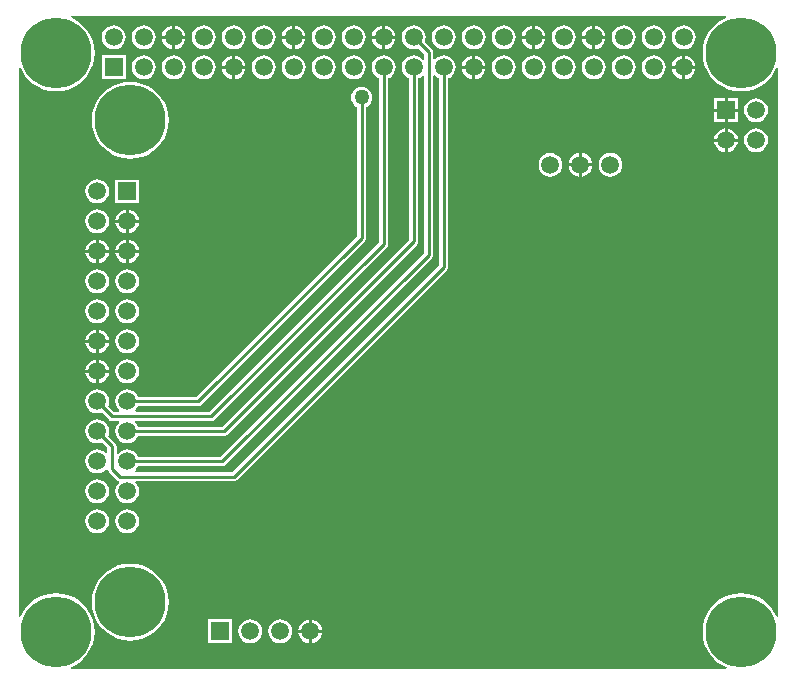
<source format=gbl>
G04*
G04 #@! TF.GenerationSoftware,Altium Limited,Altium Designer,18.1.9 (240)*
G04*
G04 Layer_Physical_Order=2*
G04 Layer_Color=16711680*
%FSAX25Y25*%
%MOIN*%
G70*
G01*
G75*
%ADD16C,0.01000*%
%ADD31C,0.23622*%
%ADD32C,0.05906*%
%ADD33R,0.05906X0.05906*%
%ADD34C,0.05906*%
%ADD35C,0.05910*%
%ADD36R,0.05906X0.05906*%
%ADD37C,0.01968*%
%ADD38C,0.05000*%
G36*
X0388013Y0262630D02*
X0388113Y0262130D01*
X0387127Y0261722D01*
X0385407Y0260668D01*
X0383874Y0259358D01*
X0382564Y0257825D01*
X0381511Y0256106D01*
X0380739Y0254243D01*
X0380268Y0252282D01*
X0380110Y0250272D01*
X0380268Y0248261D01*
X0380739Y0246301D01*
X0381511Y0244438D01*
X0382564Y0242718D01*
X0383874Y0241185D01*
X0385407Y0239875D01*
X0387127Y0238822D01*
X0388990Y0238050D01*
X0390950Y0237579D01*
X0392961Y0237421D01*
X0394971Y0237579D01*
X0396932Y0238050D01*
X0398795Y0238822D01*
X0400514Y0239875D01*
X0402047Y0241185D01*
X0403357Y0242718D01*
X0404411Y0244438D01*
X0404819Y0245424D01*
X0405319Y0245324D01*
X0405319Y0062306D01*
X0404819Y0062206D01*
X0404411Y0063192D01*
X0403357Y0064912D01*
X0402047Y0066445D01*
X0400514Y0067755D01*
X0398795Y0068808D01*
X0396932Y0069580D01*
X0394971Y0070051D01*
X0392961Y0070209D01*
X0390950Y0070051D01*
X0388990Y0069580D01*
X0387127Y0068808D01*
X0385407Y0067755D01*
X0383874Y0066445D01*
X0382564Y0064912D01*
X0381511Y0063192D01*
X0380739Y0061329D01*
X0380268Y0059368D01*
X0380110Y0057358D01*
X0380268Y0055348D01*
X0380739Y0053387D01*
X0381511Y0051524D01*
X0382564Y0049805D01*
X0383874Y0048272D01*
X0385407Y0046962D01*
X0387127Y0045908D01*
X0388113Y0045500D01*
X0388013Y0045000D01*
X0169561D01*
X0169462Y0045500D01*
X0170448Y0045908D01*
X0172168Y0046962D01*
X0173701Y0048272D01*
X0175011Y0049805D01*
X0176064Y0051524D01*
X0176836Y0053387D01*
X0177307Y0055348D01*
X0177465Y0057358D01*
X0177307Y0059368D01*
X0176836Y0061329D01*
X0176064Y0063192D01*
X0175011Y0064912D01*
X0173701Y0066445D01*
X0172168Y0067755D01*
X0170448Y0068808D01*
X0168585Y0069580D01*
X0166624Y0070051D01*
X0164614Y0070209D01*
X0162604Y0070051D01*
X0160643Y0069580D01*
X0158780Y0068808D01*
X0157061Y0067755D01*
X0155527Y0066445D01*
X0154218Y0064912D01*
X0153164Y0063192D01*
X0152756Y0062206D01*
X0152256Y0062305D01*
Y0245324D01*
X0152756Y0245424D01*
X0153164Y0244438D01*
X0154218Y0242718D01*
X0155527Y0241185D01*
X0157061Y0239875D01*
X0158780Y0238822D01*
X0160643Y0238050D01*
X0162604Y0237579D01*
X0164614Y0237421D01*
X0166624Y0237579D01*
X0168585Y0238050D01*
X0170448Y0238822D01*
X0172168Y0239875D01*
X0173701Y0241185D01*
X0175011Y0242718D01*
X0176064Y0244438D01*
X0176836Y0246301D01*
X0177307Y0248261D01*
X0177465Y0250272D01*
X0177307Y0252282D01*
X0176836Y0254243D01*
X0176064Y0256106D01*
X0175011Y0257825D01*
X0173701Y0259358D01*
X0172168Y0260668D01*
X0170448Y0261722D01*
X0169462Y0262130D01*
X0169561Y0262630D01*
X0388013Y0262630D01*
D02*
G37*
%LPC*%
G36*
X0344335Y0259362D02*
Y0255941D01*
X0347756D01*
X0347686Y0256473D01*
X0347287Y0257434D01*
X0346654Y0258260D01*
X0345828Y0258894D01*
X0344867Y0259292D01*
X0344335Y0259362D01*
D02*
G37*
G36*
X0343335D02*
X0342803Y0259292D01*
X0341841Y0258894D01*
X0341016Y0258260D01*
X0340382Y0257434D01*
X0339984Y0256473D01*
X0339914Y0255941D01*
X0343335D01*
Y0259362D01*
D02*
G37*
G36*
X0324335D02*
Y0255941D01*
X0327756D01*
X0327686Y0256473D01*
X0327287Y0257434D01*
X0326654Y0258260D01*
X0325828Y0258894D01*
X0324867Y0259292D01*
X0324335Y0259362D01*
D02*
G37*
G36*
X0323335D02*
X0322803Y0259292D01*
X0321841Y0258894D01*
X0321016Y0258260D01*
X0320382Y0257434D01*
X0319984Y0256473D01*
X0319914Y0255941D01*
X0323335D01*
Y0259362D01*
D02*
G37*
G36*
X0274335D02*
Y0255941D01*
X0277756D01*
X0277686Y0256473D01*
X0277287Y0257434D01*
X0276654Y0258260D01*
X0275828Y0258894D01*
X0274867Y0259292D01*
X0274335Y0259362D01*
D02*
G37*
G36*
X0273335D02*
X0272803Y0259292D01*
X0271841Y0258894D01*
X0271016Y0258260D01*
X0270382Y0257434D01*
X0269984Y0256473D01*
X0269914Y0255941D01*
X0273335D01*
Y0259362D01*
D02*
G37*
G36*
X0244335D02*
Y0255941D01*
X0247756D01*
X0247686Y0256473D01*
X0247287Y0257434D01*
X0246654Y0258260D01*
X0245828Y0258894D01*
X0244867Y0259292D01*
X0244335Y0259362D01*
D02*
G37*
G36*
X0243335D02*
X0242803Y0259292D01*
X0241841Y0258894D01*
X0241016Y0258260D01*
X0240382Y0257434D01*
X0239984Y0256473D01*
X0239914Y0255941D01*
X0243335D01*
Y0259362D01*
D02*
G37*
G36*
X0204335D02*
Y0255941D01*
X0207756D01*
X0207686Y0256473D01*
X0207287Y0257434D01*
X0206654Y0258260D01*
X0205828Y0258894D01*
X0204867Y0259292D01*
X0204335Y0259362D01*
D02*
G37*
G36*
X0203335D02*
X0202803Y0259292D01*
X0201841Y0258894D01*
X0201015Y0258260D01*
X0200382Y0257434D01*
X0199984Y0256473D01*
X0199914Y0255941D01*
X0203335D01*
Y0259362D01*
D02*
G37*
G36*
X0347756Y0254941D02*
X0344335D01*
Y0251520D01*
X0344867Y0251590D01*
X0345828Y0251988D01*
X0346654Y0252622D01*
X0347287Y0253448D01*
X0347686Y0254409D01*
X0347756Y0254941D01*
D02*
G37*
G36*
X0343335D02*
X0339914D01*
X0339984Y0254409D01*
X0340382Y0253448D01*
X0341016Y0252622D01*
X0341841Y0251988D01*
X0342803Y0251590D01*
X0343335Y0251520D01*
Y0254941D01*
D02*
G37*
G36*
X0327756D02*
X0324335D01*
Y0251520D01*
X0324867Y0251590D01*
X0325828Y0251988D01*
X0326654Y0252622D01*
X0327287Y0253448D01*
X0327686Y0254409D01*
X0327756Y0254941D01*
D02*
G37*
G36*
X0323335D02*
X0319914D01*
X0319984Y0254409D01*
X0320382Y0253448D01*
X0321016Y0252622D01*
X0321841Y0251988D01*
X0322803Y0251590D01*
X0323335Y0251520D01*
Y0254941D01*
D02*
G37*
G36*
X0277756D02*
X0274335D01*
Y0251520D01*
X0274867Y0251590D01*
X0275828Y0251988D01*
X0276654Y0252622D01*
X0277287Y0253448D01*
X0277686Y0254409D01*
X0277756Y0254941D01*
D02*
G37*
G36*
X0273335D02*
X0269914D01*
X0269984Y0254409D01*
X0270382Y0253448D01*
X0271016Y0252622D01*
X0271841Y0251988D01*
X0272803Y0251590D01*
X0273335Y0251520D01*
Y0254941D01*
D02*
G37*
G36*
X0247756D02*
X0244335D01*
Y0251520D01*
X0244867Y0251590D01*
X0245828Y0251988D01*
X0246654Y0252622D01*
X0247287Y0253448D01*
X0247686Y0254409D01*
X0247756Y0254941D01*
D02*
G37*
G36*
X0243335D02*
X0239914D01*
X0239984Y0254409D01*
X0240382Y0253448D01*
X0241016Y0252622D01*
X0241841Y0251988D01*
X0242803Y0251590D01*
X0243335Y0251520D01*
Y0254941D01*
D02*
G37*
G36*
X0207756D02*
X0204335D01*
Y0251520D01*
X0204867Y0251590D01*
X0205828Y0251988D01*
X0206654Y0252622D01*
X0207287Y0253448D01*
X0207686Y0254409D01*
X0207756Y0254941D01*
D02*
G37*
G36*
X0203335D02*
X0199914D01*
X0199984Y0254409D01*
X0200382Y0253448D01*
X0201015Y0252622D01*
X0201841Y0251988D01*
X0202803Y0251590D01*
X0203335Y0251520D01*
Y0254941D01*
D02*
G37*
G36*
X0373835Y0259428D02*
X0372803Y0259292D01*
X0371841Y0258894D01*
X0371016Y0258260D01*
X0370382Y0257434D01*
X0369984Y0256473D01*
X0369848Y0255441D01*
X0369984Y0254409D01*
X0370382Y0253448D01*
X0371016Y0252622D01*
X0371841Y0251988D01*
X0372803Y0251590D01*
X0373835Y0251454D01*
X0374867Y0251590D01*
X0375828Y0251988D01*
X0376654Y0252622D01*
X0377287Y0253448D01*
X0377686Y0254409D01*
X0377821Y0255441D01*
X0377686Y0256473D01*
X0377287Y0257434D01*
X0376654Y0258260D01*
X0375828Y0258894D01*
X0374867Y0259292D01*
X0373835Y0259428D01*
D02*
G37*
G36*
X0363835D02*
X0362803Y0259292D01*
X0361841Y0258894D01*
X0361016Y0258260D01*
X0360382Y0257434D01*
X0359984Y0256473D01*
X0359848Y0255441D01*
X0359984Y0254409D01*
X0360382Y0253448D01*
X0361016Y0252622D01*
X0361841Y0251988D01*
X0362803Y0251590D01*
X0363835Y0251454D01*
X0364867Y0251590D01*
X0365828Y0251988D01*
X0366654Y0252622D01*
X0367287Y0253448D01*
X0367686Y0254409D01*
X0367822Y0255441D01*
X0367686Y0256473D01*
X0367287Y0257434D01*
X0366654Y0258260D01*
X0365828Y0258894D01*
X0364867Y0259292D01*
X0363835Y0259428D01*
D02*
G37*
G36*
X0353835D02*
X0352803Y0259292D01*
X0351841Y0258894D01*
X0351015Y0258260D01*
X0350382Y0257434D01*
X0349984Y0256473D01*
X0349848Y0255441D01*
X0349984Y0254409D01*
X0350382Y0253448D01*
X0351015Y0252622D01*
X0351841Y0251988D01*
X0352803Y0251590D01*
X0353835Y0251454D01*
X0354867Y0251590D01*
X0355828Y0251988D01*
X0356654Y0252622D01*
X0357287Y0253448D01*
X0357686Y0254409D01*
X0357821Y0255441D01*
X0357686Y0256473D01*
X0357287Y0257434D01*
X0356654Y0258260D01*
X0355828Y0258894D01*
X0354867Y0259292D01*
X0353835Y0259428D01*
D02*
G37*
G36*
X0333835D02*
X0332803Y0259292D01*
X0331841Y0258894D01*
X0331015Y0258260D01*
X0330382Y0257434D01*
X0329984Y0256473D01*
X0329848Y0255441D01*
X0329984Y0254409D01*
X0330382Y0253448D01*
X0331015Y0252622D01*
X0331841Y0251988D01*
X0332803Y0251590D01*
X0333835Y0251454D01*
X0334867Y0251590D01*
X0335828Y0251988D01*
X0336654Y0252622D01*
X0337287Y0253448D01*
X0337686Y0254409D01*
X0337822Y0255441D01*
X0337686Y0256473D01*
X0337287Y0257434D01*
X0336654Y0258260D01*
X0335828Y0258894D01*
X0334867Y0259292D01*
X0333835Y0259428D01*
D02*
G37*
G36*
X0313835D02*
X0312803Y0259292D01*
X0311841Y0258894D01*
X0311016Y0258260D01*
X0310382Y0257434D01*
X0309984Y0256473D01*
X0309848Y0255441D01*
X0309984Y0254409D01*
X0310382Y0253448D01*
X0311016Y0252622D01*
X0311841Y0251988D01*
X0312803Y0251590D01*
X0313835Y0251454D01*
X0314867Y0251590D01*
X0315828Y0251988D01*
X0316654Y0252622D01*
X0317287Y0253448D01*
X0317686Y0254409D01*
X0317822Y0255441D01*
X0317686Y0256473D01*
X0317287Y0257434D01*
X0316654Y0258260D01*
X0315828Y0258894D01*
X0314867Y0259292D01*
X0313835Y0259428D01*
D02*
G37*
G36*
X0303835D02*
X0302803Y0259292D01*
X0301841Y0258894D01*
X0301015Y0258260D01*
X0300382Y0257434D01*
X0299984Y0256473D01*
X0299848Y0255441D01*
X0299984Y0254409D01*
X0300382Y0253448D01*
X0301015Y0252622D01*
X0301841Y0251988D01*
X0302803Y0251590D01*
X0303835Y0251454D01*
X0304867Y0251590D01*
X0305828Y0251988D01*
X0306654Y0252622D01*
X0307287Y0253448D01*
X0307686Y0254409D01*
X0307821Y0255441D01*
X0307686Y0256473D01*
X0307287Y0257434D01*
X0306654Y0258260D01*
X0305828Y0258894D01*
X0304867Y0259292D01*
X0303835Y0259428D01*
D02*
G37*
G36*
X0293835D02*
X0292803Y0259292D01*
X0291841Y0258894D01*
X0291016Y0258260D01*
X0290382Y0257434D01*
X0289984Y0256473D01*
X0289848Y0255441D01*
X0289984Y0254409D01*
X0290382Y0253448D01*
X0291016Y0252622D01*
X0291841Y0251988D01*
X0292803Y0251590D01*
X0293835Y0251454D01*
X0294867Y0251590D01*
X0295828Y0251988D01*
X0296654Y0252622D01*
X0297287Y0253448D01*
X0297686Y0254409D01*
X0297821Y0255441D01*
X0297686Y0256473D01*
X0297287Y0257434D01*
X0296654Y0258260D01*
X0295828Y0258894D01*
X0294867Y0259292D01*
X0293835Y0259428D01*
D02*
G37*
G36*
X0263835D02*
X0262803Y0259292D01*
X0261841Y0258894D01*
X0261016Y0258260D01*
X0260382Y0257434D01*
X0259984Y0256473D01*
X0259848Y0255441D01*
X0259984Y0254409D01*
X0260382Y0253448D01*
X0261016Y0252622D01*
X0261841Y0251988D01*
X0262803Y0251590D01*
X0263835Y0251454D01*
X0264867Y0251590D01*
X0265828Y0251988D01*
X0266654Y0252622D01*
X0267287Y0253448D01*
X0267686Y0254409D01*
X0267822Y0255441D01*
X0267686Y0256473D01*
X0267287Y0257434D01*
X0266654Y0258260D01*
X0265828Y0258894D01*
X0264867Y0259292D01*
X0263835Y0259428D01*
D02*
G37*
G36*
X0253835D02*
X0252803Y0259292D01*
X0251841Y0258894D01*
X0251015Y0258260D01*
X0250382Y0257434D01*
X0249984Y0256473D01*
X0249848Y0255441D01*
X0249984Y0254409D01*
X0250382Y0253448D01*
X0251015Y0252622D01*
X0251841Y0251988D01*
X0252803Y0251590D01*
X0253835Y0251454D01*
X0254867Y0251590D01*
X0255828Y0251988D01*
X0256654Y0252622D01*
X0257287Y0253448D01*
X0257686Y0254409D01*
X0257821Y0255441D01*
X0257686Y0256473D01*
X0257287Y0257434D01*
X0256654Y0258260D01*
X0255828Y0258894D01*
X0254867Y0259292D01*
X0253835Y0259428D01*
D02*
G37*
G36*
X0233835D02*
X0232803Y0259292D01*
X0231841Y0258894D01*
X0231015Y0258260D01*
X0230382Y0257434D01*
X0229984Y0256473D01*
X0229848Y0255441D01*
X0229984Y0254409D01*
X0230382Y0253448D01*
X0231015Y0252622D01*
X0231841Y0251988D01*
X0232803Y0251590D01*
X0233835Y0251454D01*
X0234867Y0251590D01*
X0235828Y0251988D01*
X0236654Y0252622D01*
X0237287Y0253448D01*
X0237686Y0254409D01*
X0237822Y0255441D01*
X0237686Y0256473D01*
X0237287Y0257434D01*
X0236654Y0258260D01*
X0235828Y0258894D01*
X0234867Y0259292D01*
X0233835Y0259428D01*
D02*
G37*
G36*
X0223835D02*
X0222803Y0259292D01*
X0221841Y0258894D01*
X0221016Y0258260D01*
X0220382Y0257434D01*
X0219984Y0256473D01*
X0219848Y0255441D01*
X0219984Y0254409D01*
X0220382Y0253448D01*
X0221016Y0252622D01*
X0221841Y0251988D01*
X0222803Y0251590D01*
X0223835Y0251454D01*
X0224867Y0251590D01*
X0225828Y0251988D01*
X0226654Y0252622D01*
X0227287Y0253448D01*
X0227686Y0254409D01*
X0227821Y0255441D01*
X0227686Y0256473D01*
X0227287Y0257434D01*
X0226654Y0258260D01*
X0225828Y0258894D01*
X0224867Y0259292D01*
X0223835Y0259428D01*
D02*
G37*
G36*
X0213835D02*
X0212803Y0259292D01*
X0211841Y0258894D01*
X0211016Y0258260D01*
X0210382Y0257434D01*
X0209984Y0256473D01*
X0209848Y0255441D01*
X0209984Y0254409D01*
X0210382Y0253448D01*
X0211016Y0252622D01*
X0211841Y0251988D01*
X0212803Y0251590D01*
X0213835Y0251454D01*
X0214867Y0251590D01*
X0215828Y0251988D01*
X0216654Y0252622D01*
X0217287Y0253448D01*
X0217686Y0254409D01*
X0217822Y0255441D01*
X0217686Y0256473D01*
X0217287Y0257434D01*
X0216654Y0258260D01*
X0215828Y0258894D01*
X0214867Y0259292D01*
X0213835Y0259428D01*
D02*
G37*
G36*
X0193835D02*
X0192803Y0259292D01*
X0191841Y0258894D01*
X0191016Y0258260D01*
X0190382Y0257434D01*
X0189984Y0256473D01*
X0189848Y0255441D01*
X0189984Y0254409D01*
X0190382Y0253448D01*
X0191016Y0252622D01*
X0191841Y0251988D01*
X0192803Y0251590D01*
X0193835Y0251454D01*
X0194867Y0251590D01*
X0195828Y0251988D01*
X0196654Y0252622D01*
X0197287Y0253448D01*
X0197686Y0254409D01*
X0197821Y0255441D01*
X0197686Y0256473D01*
X0197287Y0257434D01*
X0196654Y0258260D01*
X0195828Y0258894D01*
X0194867Y0259292D01*
X0193835Y0259428D01*
D02*
G37*
G36*
X0183835D02*
X0182803Y0259292D01*
X0181841Y0258894D01*
X0181016Y0258260D01*
X0180382Y0257434D01*
X0179984Y0256473D01*
X0179848Y0255441D01*
X0179984Y0254409D01*
X0180382Y0253448D01*
X0181016Y0252622D01*
X0181841Y0251988D01*
X0182803Y0251590D01*
X0183835Y0251454D01*
X0184867Y0251590D01*
X0185828Y0251988D01*
X0186654Y0252622D01*
X0187287Y0253448D01*
X0187686Y0254409D01*
X0187821Y0255441D01*
X0187686Y0256473D01*
X0187287Y0257434D01*
X0186654Y0258260D01*
X0185828Y0258894D01*
X0184867Y0259292D01*
X0183835Y0259428D01*
D02*
G37*
G36*
X0283835D02*
X0282803Y0259292D01*
X0281841Y0258894D01*
X0281015Y0258260D01*
X0280382Y0257434D01*
X0279984Y0256473D01*
X0279848Y0255441D01*
X0279984Y0254409D01*
X0280382Y0253448D01*
X0281015Y0252622D01*
X0281841Y0251988D01*
X0282803Y0251590D01*
X0283835Y0251454D01*
X0284867Y0251590D01*
X0285331Y0251782D01*
X0287352Y0249760D01*
Y0248171D01*
X0286853Y0248001D01*
X0286654Y0248260D01*
X0285828Y0248894D01*
X0284867Y0249292D01*
X0283835Y0249428D01*
X0282803Y0249292D01*
X0281841Y0248894D01*
X0281015Y0248260D01*
X0280382Y0247434D01*
X0279984Y0246473D01*
X0279848Y0245441D01*
X0279984Y0244409D01*
X0280382Y0243447D01*
X0281015Y0242622D01*
X0281841Y0241988D01*
X0282305Y0241796D01*
Y0188039D01*
X0219866Y0125600D01*
X0191940D01*
X0191748Y0126064D01*
X0191114Y0126890D01*
X0190855Y0127089D01*
X0191025Y0127589D01*
X0216394D01*
X0216979Y0127705D01*
X0217475Y0128037D01*
X0274916Y0185478D01*
X0275248Y0185974D01*
X0275364Y0186559D01*
Y0241796D01*
X0275828Y0241988D01*
X0276654Y0242622D01*
X0277287Y0243447D01*
X0277686Y0244409D01*
X0277821Y0245441D01*
X0277686Y0246473D01*
X0277287Y0247434D01*
X0276654Y0248260D01*
X0275828Y0248894D01*
X0274867Y0249292D01*
X0273835Y0249428D01*
X0272803Y0249292D01*
X0271841Y0248894D01*
X0271016Y0248260D01*
X0270382Y0247434D01*
X0269984Y0246473D01*
X0269848Y0245441D01*
X0269984Y0244409D01*
X0270382Y0243447D01*
X0271016Y0242622D01*
X0271841Y0241988D01*
X0272305Y0241796D01*
Y0187193D01*
X0215760Y0130648D01*
X0191105D01*
X0190944Y0131121D01*
X0191114Y0131252D01*
X0191748Y0132077D01*
X0191940Y0132542D01*
X0211898D01*
X0212483Y0132658D01*
X0212979Y0132989D01*
X0267566Y0187576D01*
X0267897Y0188072D01*
X0268014Y0188657D01*
Y0232255D01*
X0268249Y0232352D01*
X0268981Y0232913D01*
X0269542Y0233644D01*
X0269894Y0234496D01*
X0270014Y0235409D01*
X0269894Y0236323D01*
X0269542Y0237175D01*
X0268981Y0237906D01*
X0268249Y0238467D01*
X0267398Y0238819D01*
X0266484Y0238940D01*
X0265571Y0238819D01*
X0264719Y0238467D01*
X0263988Y0237906D01*
X0263427Y0237175D01*
X0263074Y0236323D01*
X0262954Y0235409D01*
X0263074Y0234496D01*
X0263427Y0233644D01*
X0263988Y0232913D01*
X0264719Y0232352D01*
X0264955Y0232255D01*
Y0189291D01*
X0211264Y0135600D01*
X0191940D01*
X0191748Y0136064D01*
X0191114Y0136890D01*
X0190289Y0137524D01*
X0189327Y0137922D01*
X0188295Y0138058D01*
X0187263Y0137922D01*
X0186302Y0137524D01*
X0185476Y0136890D01*
X0184843Y0136064D01*
X0184444Y0135103D01*
X0184308Y0134071D01*
X0184444Y0133039D01*
X0184843Y0132077D01*
X0185476Y0131252D01*
X0185646Y0131121D01*
X0185486Y0130648D01*
X0183881D01*
X0181954Y0132575D01*
X0182146Y0133039D01*
X0182282Y0134071D01*
X0182146Y0135103D01*
X0181748Y0136064D01*
X0181114Y0136890D01*
X0180289Y0137524D01*
X0179327Y0137922D01*
X0178295Y0138058D01*
X0177263Y0137922D01*
X0176302Y0137524D01*
X0175476Y0136890D01*
X0174843Y0136064D01*
X0174444Y0135103D01*
X0174308Y0134071D01*
X0174444Y0133039D01*
X0174843Y0132077D01*
X0175476Y0131252D01*
X0176302Y0130618D01*
X0177263Y0130220D01*
X0178295Y0130084D01*
X0179327Y0130220D01*
X0179791Y0130412D01*
X0182167Y0128037D01*
X0182663Y0127705D01*
X0183248Y0127589D01*
X0185565D01*
X0185735Y0127089D01*
X0185476Y0126890D01*
X0184843Y0126064D01*
X0184444Y0125103D01*
X0184308Y0124071D01*
X0184444Y0123039D01*
X0184843Y0122077D01*
X0185476Y0121252D01*
X0186302Y0120618D01*
X0187263Y0120220D01*
X0188295Y0120084D01*
X0189327Y0120220D01*
X0190289Y0120618D01*
X0191114Y0121252D01*
X0191748Y0122077D01*
X0191940Y0122541D01*
X0220500D01*
X0221085Y0122658D01*
X0221581Y0122989D01*
X0284916Y0186324D01*
X0285248Y0186820D01*
X0285364Y0187406D01*
Y0241796D01*
X0285828Y0241988D01*
X0286654Y0242622D01*
X0286853Y0242881D01*
X0287352Y0242711D01*
Y0183637D01*
X0219315Y0115600D01*
X0191940D01*
X0191748Y0116064D01*
X0191114Y0116890D01*
X0190289Y0117524D01*
X0189327Y0117922D01*
X0188295Y0118058D01*
X0187263Y0117922D01*
X0186302Y0117524D01*
X0185476Y0116890D01*
X0185277Y0116631D01*
X0184777Y0116801D01*
Y0119118D01*
X0184661Y0119703D01*
X0184329Y0120200D01*
X0181954Y0122575D01*
X0182146Y0123039D01*
X0182282Y0124071D01*
X0182146Y0125103D01*
X0181748Y0126064D01*
X0181114Y0126890D01*
X0180289Y0127524D01*
X0179327Y0127922D01*
X0178295Y0128058D01*
X0177263Y0127922D01*
X0176302Y0127524D01*
X0175476Y0126890D01*
X0174843Y0126064D01*
X0174444Y0125103D01*
X0174308Y0124071D01*
X0174444Y0123039D01*
X0174843Y0122077D01*
X0175476Y0121252D01*
X0176302Y0120618D01*
X0177263Y0120220D01*
X0178295Y0120084D01*
X0179327Y0120220D01*
X0179791Y0120412D01*
X0181719Y0118485D01*
Y0116880D01*
X0181245Y0116720D01*
X0181114Y0116890D01*
X0180289Y0117524D01*
X0179327Y0117922D01*
X0178295Y0118058D01*
X0177263Y0117922D01*
X0176302Y0117524D01*
X0175476Y0116890D01*
X0174843Y0116064D01*
X0174444Y0115103D01*
X0174308Y0114071D01*
X0174444Y0113039D01*
X0174843Y0112077D01*
X0175476Y0111252D01*
X0176302Y0110618D01*
X0177263Y0110220D01*
X0178295Y0110084D01*
X0179327Y0110220D01*
X0180289Y0110618D01*
X0181114Y0111252D01*
X0181254Y0111433D01*
X0181788Y0111308D01*
X0181835Y0111072D01*
X0182167Y0110576D01*
X0184800Y0107942D01*
X0185297Y0107611D01*
X0185533Y0107564D01*
X0185657Y0107029D01*
X0185476Y0106890D01*
X0184843Y0106064D01*
X0184444Y0105103D01*
X0184308Y0104071D01*
X0184444Y0103039D01*
X0184843Y0102077D01*
X0185476Y0101252D01*
X0186302Y0100618D01*
X0187263Y0100220D01*
X0188295Y0100084D01*
X0189327Y0100220D01*
X0190289Y0100618D01*
X0191114Y0101252D01*
X0191748Y0102077D01*
X0192146Y0103039D01*
X0192282Y0104071D01*
X0192146Y0105103D01*
X0191748Y0106064D01*
X0191114Y0106890D01*
X0191062Y0106930D01*
X0191223Y0107404D01*
X0223768D01*
X0224353Y0107520D01*
X0224849Y0107852D01*
X0294916Y0177919D01*
X0295248Y0178415D01*
X0295364Y0179000D01*
Y0241796D01*
X0295828Y0241988D01*
X0296654Y0242622D01*
X0297287Y0243447D01*
X0297686Y0244409D01*
X0297821Y0245441D01*
X0297686Y0246473D01*
X0297287Y0247434D01*
X0296654Y0248260D01*
X0295828Y0248894D01*
X0294867Y0249292D01*
X0293835Y0249428D01*
X0292803Y0249292D01*
X0291841Y0248894D01*
X0291016Y0248260D01*
X0290885Y0248090D01*
X0290411Y0248250D01*
Y0250394D01*
X0290295Y0250979D01*
X0289963Y0251475D01*
X0287493Y0253945D01*
X0287686Y0254409D01*
X0287822Y0255441D01*
X0287686Y0256473D01*
X0287287Y0257434D01*
X0286654Y0258260D01*
X0285828Y0258894D01*
X0284867Y0259292D01*
X0283835Y0259428D01*
D02*
G37*
G36*
X0374335Y0249362D02*
Y0245941D01*
X0377756D01*
X0377686Y0246473D01*
X0377287Y0247434D01*
X0376654Y0248260D01*
X0375828Y0248894D01*
X0374867Y0249292D01*
X0374335Y0249362D01*
D02*
G37*
G36*
X0373335D02*
X0372803Y0249292D01*
X0371841Y0248894D01*
X0371016Y0248260D01*
X0370382Y0247434D01*
X0369984Y0246473D01*
X0369914Y0245941D01*
X0373335D01*
Y0249362D01*
D02*
G37*
G36*
X0304335D02*
Y0245941D01*
X0307756D01*
X0307686Y0246473D01*
X0307287Y0247434D01*
X0306654Y0248260D01*
X0305828Y0248894D01*
X0304867Y0249292D01*
X0304335Y0249362D01*
D02*
G37*
G36*
X0303335D02*
X0302803Y0249292D01*
X0301841Y0248894D01*
X0301015Y0248260D01*
X0300382Y0247434D01*
X0299984Y0246473D01*
X0299914Y0245941D01*
X0303335D01*
Y0249362D01*
D02*
G37*
G36*
X0224335D02*
Y0245941D01*
X0227756D01*
X0227686Y0246473D01*
X0227287Y0247434D01*
X0226654Y0248260D01*
X0225828Y0248894D01*
X0224867Y0249292D01*
X0224335Y0249362D01*
D02*
G37*
G36*
X0223335D02*
X0222803Y0249292D01*
X0221841Y0248894D01*
X0221016Y0248260D01*
X0220382Y0247434D01*
X0219984Y0246473D01*
X0219914Y0245941D01*
X0223335D01*
Y0249362D01*
D02*
G37*
G36*
X0377756Y0244941D02*
X0374335D01*
Y0241520D01*
X0374867Y0241590D01*
X0375828Y0241988D01*
X0376654Y0242622D01*
X0377287Y0243447D01*
X0377686Y0244409D01*
X0377756Y0244941D01*
D02*
G37*
G36*
X0373335D02*
X0369914D01*
X0369984Y0244409D01*
X0370382Y0243447D01*
X0371016Y0242622D01*
X0371841Y0241988D01*
X0372803Y0241590D01*
X0373335Y0241520D01*
Y0244941D01*
D02*
G37*
G36*
X0307756D02*
X0304335D01*
Y0241520D01*
X0304867Y0241590D01*
X0305828Y0241988D01*
X0306654Y0242622D01*
X0307287Y0243447D01*
X0307686Y0244409D01*
X0307756Y0244941D01*
D02*
G37*
G36*
X0303335D02*
X0299914D01*
X0299984Y0244409D01*
X0300382Y0243447D01*
X0301015Y0242622D01*
X0301841Y0241988D01*
X0302803Y0241590D01*
X0303335Y0241520D01*
Y0244941D01*
D02*
G37*
G36*
X0227756D02*
X0224335D01*
Y0241520D01*
X0224867Y0241590D01*
X0225828Y0241988D01*
X0226654Y0242622D01*
X0227287Y0243447D01*
X0227686Y0244409D01*
X0227756Y0244941D01*
D02*
G37*
G36*
X0223335D02*
X0219914D01*
X0219984Y0244409D01*
X0220382Y0243447D01*
X0221016Y0242622D01*
X0221841Y0241988D01*
X0222803Y0241590D01*
X0223335Y0241520D01*
Y0244941D01*
D02*
G37*
G36*
X0187787Y0249394D02*
X0179882D01*
Y0241488D01*
X0187787D01*
Y0249394D01*
D02*
G37*
G36*
X0363835Y0249428D02*
X0362803Y0249292D01*
X0361841Y0248894D01*
X0361016Y0248260D01*
X0360382Y0247434D01*
X0359984Y0246473D01*
X0359848Y0245441D01*
X0359984Y0244409D01*
X0360382Y0243447D01*
X0361016Y0242622D01*
X0361841Y0241988D01*
X0362803Y0241590D01*
X0363835Y0241454D01*
X0364867Y0241590D01*
X0365828Y0241988D01*
X0366654Y0242622D01*
X0367287Y0243447D01*
X0367686Y0244409D01*
X0367822Y0245441D01*
X0367686Y0246473D01*
X0367287Y0247434D01*
X0366654Y0248260D01*
X0365828Y0248894D01*
X0364867Y0249292D01*
X0363835Y0249428D01*
D02*
G37*
G36*
X0353835D02*
X0352803Y0249292D01*
X0351841Y0248894D01*
X0351015Y0248260D01*
X0350382Y0247434D01*
X0349984Y0246473D01*
X0349848Y0245441D01*
X0349984Y0244409D01*
X0350382Y0243447D01*
X0351015Y0242622D01*
X0351841Y0241988D01*
X0352803Y0241590D01*
X0353835Y0241454D01*
X0354867Y0241590D01*
X0355828Y0241988D01*
X0356654Y0242622D01*
X0357287Y0243447D01*
X0357686Y0244409D01*
X0357821Y0245441D01*
X0357686Y0246473D01*
X0357287Y0247434D01*
X0356654Y0248260D01*
X0355828Y0248894D01*
X0354867Y0249292D01*
X0353835Y0249428D01*
D02*
G37*
G36*
X0343835D02*
X0342803Y0249292D01*
X0341841Y0248894D01*
X0341016Y0248260D01*
X0340382Y0247434D01*
X0339984Y0246473D01*
X0339848Y0245441D01*
X0339984Y0244409D01*
X0340382Y0243447D01*
X0341016Y0242622D01*
X0341841Y0241988D01*
X0342803Y0241590D01*
X0343835Y0241454D01*
X0344867Y0241590D01*
X0345828Y0241988D01*
X0346654Y0242622D01*
X0347287Y0243447D01*
X0347686Y0244409D01*
X0347821Y0245441D01*
X0347686Y0246473D01*
X0347287Y0247434D01*
X0346654Y0248260D01*
X0345828Y0248894D01*
X0344867Y0249292D01*
X0343835Y0249428D01*
D02*
G37*
G36*
X0333835D02*
X0332803Y0249292D01*
X0331841Y0248894D01*
X0331015Y0248260D01*
X0330382Y0247434D01*
X0329984Y0246473D01*
X0329848Y0245441D01*
X0329984Y0244409D01*
X0330382Y0243447D01*
X0331015Y0242622D01*
X0331841Y0241988D01*
X0332803Y0241590D01*
X0333835Y0241454D01*
X0334867Y0241590D01*
X0335828Y0241988D01*
X0336654Y0242622D01*
X0337287Y0243447D01*
X0337686Y0244409D01*
X0337822Y0245441D01*
X0337686Y0246473D01*
X0337287Y0247434D01*
X0336654Y0248260D01*
X0335828Y0248894D01*
X0334867Y0249292D01*
X0333835Y0249428D01*
D02*
G37*
G36*
X0323835D02*
X0322803Y0249292D01*
X0321841Y0248894D01*
X0321016Y0248260D01*
X0320382Y0247434D01*
X0319984Y0246473D01*
X0319848Y0245441D01*
X0319984Y0244409D01*
X0320382Y0243447D01*
X0321016Y0242622D01*
X0321841Y0241988D01*
X0322803Y0241590D01*
X0323835Y0241454D01*
X0324867Y0241590D01*
X0325828Y0241988D01*
X0326654Y0242622D01*
X0327287Y0243447D01*
X0327686Y0244409D01*
X0327821Y0245441D01*
X0327686Y0246473D01*
X0327287Y0247434D01*
X0326654Y0248260D01*
X0325828Y0248894D01*
X0324867Y0249292D01*
X0323835Y0249428D01*
D02*
G37*
G36*
X0313835D02*
X0312803Y0249292D01*
X0311841Y0248894D01*
X0311016Y0248260D01*
X0310382Y0247434D01*
X0309984Y0246473D01*
X0309848Y0245441D01*
X0309984Y0244409D01*
X0310382Y0243447D01*
X0311016Y0242622D01*
X0311841Y0241988D01*
X0312803Y0241590D01*
X0313835Y0241454D01*
X0314867Y0241590D01*
X0315828Y0241988D01*
X0316654Y0242622D01*
X0317287Y0243447D01*
X0317686Y0244409D01*
X0317822Y0245441D01*
X0317686Y0246473D01*
X0317287Y0247434D01*
X0316654Y0248260D01*
X0315828Y0248894D01*
X0314867Y0249292D01*
X0313835Y0249428D01*
D02*
G37*
G36*
X0263835D02*
X0262803Y0249292D01*
X0261841Y0248894D01*
X0261016Y0248260D01*
X0260382Y0247434D01*
X0259984Y0246473D01*
X0259848Y0245441D01*
X0259984Y0244409D01*
X0260382Y0243447D01*
X0261016Y0242622D01*
X0261841Y0241988D01*
X0262803Y0241590D01*
X0263835Y0241454D01*
X0264867Y0241590D01*
X0265828Y0241988D01*
X0266654Y0242622D01*
X0267287Y0243447D01*
X0267686Y0244409D01*
X0267822Y0245441D01*
X0267686Y0246473D01*
X0267287Y0247434D01*
X0266654Y0248260D01*
X0265828Y0248894D01*
X0264867Y0249292D01*
X0263835Y0249428D01*
D02*
G37*
G36*
X0253835D02*
X0252803Y0249292D01*
X0251841Y0248894D01*
X0251015Y0248260D01*
X0250382Y0247434D01*
X0249984Y0246473D01*
X0249848Y0245441D01*
X0249984Y0244409D01*
X0250382Y0243447D01*
X0251015Y0242622D01*
X0251841Y0241988D01*
X0252803Y0241590D01*
X0253835Y0241454D01*
X0254867Y0241590D01*
X0255828Y0241988D01*
X0256654Y0242622D01*
X0257287Y0243447D01*
X0257686Y0244409D01*
X0257821Y0245441D01*
X0257686Y0246473D01*
X0257287Y0247434D01*
X0256654Y0248260D01*
X0255828Y0248894D01*
X0254867Y0249292D01*
X0253835Y0249428D01*
D02*
G37*
G36*
X0243835D02*
X0242803Y0249292D01*
X0241841Y0248894D01*
X0241016Y0248260D01*
X0240382Y0247434D01*
X0239984Y0246473D01*
X0239848Y0245441D01*
X0239984Y0244409D01*
X0240382Y0243447D01*
X0241016Y0242622D01*
X0241841Y0241988D01*
X0242803Y0241590D01*
X0243835Y0241454D01*
X0244867Y0241590D01*
X0245828Y0241988D01*
X0246654Y0242622D01*
X0247287Y0243447D01*
X0247686Y0244409D01*
X0247821Y0245441D01*
X0247686Y0246473D01*
X0247287Y0247434D01*
X0246654Y0248260D01*
X0245828Y0248894D01*
X0244867Y0249292D01*
X0243835Y0249428D01*
D02*
G37*
G36*
X0233835D02*
X0232803Y0249292D01*
X0231841Y0248894D01*
X0231015Y0248260D01*
X0230382Y0247434D01*
X0229984Y0246473D01*
X0229848Y0245441D01*
X0229984Y0244409D01*
X0230382Y0243447D01*
X0231015Y0242622D01*
X0231841Y0241988D01*
X0232803Y0241590D01*
X0233835Y0241454D01*
X0234867Y0241590D01*
X0235828Y0241988D01*
X0236654Y0242622D01*
X0237287Y0243447D01*
X0237686Y0244409D01*
X0237822Y0245441D01*
X0237686Y0246473D01*
X0237287Y0247434D01*
X0236654Y0248260D01*
X0235828Y0248894D01*
X0234867Y0249292D01*
X0233835Y0249428D01*
D02*
G37*
G36*
X0213835D02*
X0212803Y0249292D01*
X0211841Y0248894D01*
X0211016Y0248260D01*
X0210382Y0247434D01*
X0209984Y0246473D01*
X0209848Y0245441D01*
X0209984Y0244409D01*
X0210382Y0243447D01*
X0211016Y0242622D01*
X0211841Y0241988D01*
X0212803Y0241590D01*
X0213835Y0241454D01*
X0214867Y0241590D01*
X0215828Y0241988D01*
X0216654Y0242622D01*
X0217287Y0243447D01*
X0217686Y0244409D01*
X0217822Y0245441D01*
X0217686Y0246473D01*
X0217287Y0247434D01*
X0216654Y0248260D01*
X0215828Y0248894D01*
X0214867Y0249292D01*
X0213835Y0249428D01*
D02*
G37*
G36*
X0203835D02*
X0202803Y0249292D01*
X0201841Y0248894D01*
X0201015Y0248260D01*
X0200382Y0247434D01*
X0199984Y0246473D01*
X0199848Y0245441D01*
X0199984Y0244409D01*
X0200382Y0243447D01*
X0201015Y0242622D01*
X0201841Y0241988D01*
X0202803Y0241590D01*
X0203835Y0241454D01*
X0204867Y0241590D01*
X0205828Y0241988D01*
X0206654Y0242622D01*
X0207287Y0243447D01*
X0207686Y0244409D01*
X0207821Y0245441D01*
X0207686Y0246473D01*
X0207287Y0247434D01*
X0206654Y0248260D01*
X0205828Y0248894D01*
X0204867Y0249292D01*
X0203835Y0249428D01*
D02*
G37*
G36*
X0193835D02*
X0192803Y0249292D01*
X0191841Y0248894D01*
X0191016Y0248260D01*
X0190382Y0247434D01*
X0189984Y0246473D01*
X0189848Y0245441D01*
X0189984Y0244409D01*
X0190382Y0243447D01*
X0191016Y0242622D01*
X0191841Y0241988D01*
X0192803Y0241590D01*
X0193835Y0241454D01*
X0194867Y0241590D01*
X0195828Y0241988D01*
X0196654Y0242622D01*
X0197287Y0243447D01*
X0197686Y0244409D01*
X0197821Y0245441D01*
X0197686Y0246473D01*
X0197287Y0247434D01*
X0196654Y0248260D01*
X0195828Y0248894D01*
X0194867Y0249292D01*
X0193835Y0249428D01*
D02*
G37*
G36*
X0391894Y0235110D02*
X0388441D01*
Y0231658D01*
X0391894D01*
Y0235110D01*
D02*
G37*
G36*
X0387441D02*
X0383988D01*
Y0231658D01*
X0387441D01*
Y0235110D01*
D02*
G37*
G36*
X0391894Y0230658D02*
X0388441D01*
Y0227205D01*
X0391894D01*
Y0230658D01*
D02*
G37*
G36*
X0387441D02*
X0383988D01*
Y0227205D01*
X0387441D01*
Y0230658D01*
D02*
G37*
G36*
X0397941Y0235144D02*
X0396909Y0235009D01*
X0395948Y0234610D01*
X0395122Y0233977D01*
X0394488Y0233151D01*
X0394090Y0232189D01*
X0393954Y0231157D01*
X0394090Y0230126D01*
X0394488Y0229164D01*
X0395122Y0228338D01*
X0395948Y0227705D01*
X0396909Y0227307D01*
X0397941Y0227171D01*
X0398973Y0227307D01*
X0399934Y0227705D01*
X0400760Y0228338D01*
X0401394Y0229164D01*
X0401792Y0230126D01*
X0401928Y0231157D01*
X0401792Y0232189D01*
X0401394Y0233151D01*
X0400760Y0233977D01*
X0399934Y0234610D01*
X0398973Y0235009D01*
X0397941Y0235144D01*
D02*
G37*
G36*
X0388441Y0225079D02*
Y0221657D01*
X0391862D01*
X0391792Y0222189D01*
X0391394Y0223151D01*
X0390760Y0223977D01*
X0389934Y0224610D01*
X0388973Y0225009D01*
X0388441Y0225079D01*
D02*
G37*
G36*
X0387441D02*
X0386909Y0225009D01*
X0385947Y0224610D01*
X0385122Y0223977D01*
X0384488Y0223151D01*
X0384090Y0222189D01*
X0384020Y0221657D01*
X0387441D01*
Y0225079D01*
D02*
G37*
G36*
X0391862Y0220657D02*
X0388441D01*
Y0217236D01*
X0388973Y0217306D01*
X0389934Y0217705D01*
X0390760Y0218338D01*
X0391394Y0219164D01*
X0391792Y0220126D01*
X0391862Y0220657D01*
D02*
G37*
G36*
X0387441D02*
X0384020D01*
X0384090Y0220126D01*
X0384488Y0219164D01*
X0385122Y0218338D01*
X0385947Y0217705D01*
X0386909Y0217306D01*
X0387441Y0217236D01*
Y0220657D01*
D02*
G37*
G36*
X0397941Y0225144D02*
X0396909Y0225009D01*
X0395948Y0224610D01*
X0395122Y0223977D01*
X0394488Y0223151D01*
X0394090Y0222189D01*
X0393954Y0221158D01*
X0394090Y0220126D01*
X0394488Y0219164D01*
X0395122Y0218338D01*
X0395948Y0217705D01*
X0396909Y0217306D01*
X0397941Y0217171D01*
X0398973Y0217306D01*
X0399934Y0217705D01*
X0400760Y0218338D01*
X0401394Y0219164D01*
X0401792Y0220126D01*
X0401928Y0221158D01*
X0401792Y0222189D01*
X0401394Y0223151D01*
X0400760Y0223977D01*
X0399934Y0224610D01*
X0398973Y0225009D01*
X0397941Y0225144D01*
D02*
G37*
G36*
X0189319Y0240681D02*
X0187309Y0240523D01*
X0185348Y0240052D01*
X0183485Y0239281D01*
X0181765Y0238227D01*
X0180232Y0236917D01*
X0178922Y0235384D01*
X0177869Y0233665D01*
X0177097Y0231802D01*
X0176627Y0229841D01*
X0176468Y0227831D01*
X0176627Y0225820D01*
X0177097Y0223860D01*
X0177869Y0221997D01*
X0178922Y0220277D01*
X0180232Y0218744D01*
X0181765Y0217434D01*
X0183485Y0216381D01*
X0185348Y0215609D01*
X0187309Y0215138D01*
X0189319Y0214980D01*
X0191329Y0215138D01*
X0193290Y0215609D01*
X0195153Y0216381D01*
X0196872Y0217434D01*
X0198406Y0218744D01*
X0199715Y0220277D01*
X0200769Y0221997D01*
X0201541Y0223860D01*
X0202011Y0225820D01*
X0202169Y0227831D01*
X0202011Y0229841D01*
X0201541Y0231802D01*
X0200769Y0233665D01*
X0199715Y0235384D01*
X0198406Y0236917D01*
X0196872Y0238227D01*
X0195153Y0239281D01*
X0193290Y0240052D01*
X0191329Y0240523D01*
X0189319Y0240681D01*
D02*
G37*
G36*
X0339917Y0216892D02*
Y0213469D01*
X0343340D01*
X0343270Y0214001D01*
X0342872Y0214963D01*
X0342238Y0215789D01*
X0341412Y0216423D01*
X0340450Y0216822D01*
X0339917Y0216892D01*
D02*
G37*
G36*
X0338917D02*
X0338385Y0216822D01*
X0337423Y0216423D01*
X0336597Y0215789D01*
X0335963Y0214963D01*
X0335564Y0214001D01*
X0335494Y0213469D01*
X0338917D01*
Y0216892D01*
D02*
G37*
G36*
X0343340Y0212469D02*
X0339917D01*
Y0209045D01*
X0340450Y0209116D01*
X0341412Y0209514D01*
X0342238Y0210148D01*
X0342872Y0210974D01*
X0343270Y0211936D01*
X0343340Y0212469D01*
D02*
G37*
G36*
X0338917D02*
X0335494D01*
X0335564Y0211936D01*
X0335963Y0210974D01*
X0336597Y0210148D01*
X0337423Y0209514D01*
X0338385Y0209116D01*
X0338917Y0209045D01*
Y0212469D01*
D02*
G37*
G36*
X0349417Y0216957D02*
X0348385Y0216822D01*
X0347423Y0216423D01*
X0346597Y0215789D01*
X0345963Y0214963D01*
X0345564Y0214001D01*
X0345428Y0212968D01*
X0345564Y0211936D01*
X0345963Y0210974D01*
X0346597Y0210148D01*
X0347423Y0209514D01*
X0348385Y0209116D01*
X0349417Y0208980D01*
X0350450Y0209116D01*
X0351412Y0209514D01*
X0352238Y0210148D01*
X0352872Y0210974D01*
X0353270Y0211936D01*
X0353406Y0212968D01*
X0353270Y0214001D01*
X0352872Y0214963D01*
X0352238Y0215789D01*
X0351412Y0216423D01*
X0350450Y0216822D01*
X0349417Y0216957D01*
D02*
G37*
G36*
X0329417Y0216916D02*
X0328385Y0216780D01*
X0327424Y0216382D01*
X0326598Y0215748D01*
X0325965Y0214923D01*
X0325566Y0213961D01*
X0325430Y0212929D01*
X0325566Y0211897D01*
X0325965Y0210936D01*
X0326598Y0210110D01*
X0327424Y0209476D01*
X0328385Y0209078D01*
X0329417Y0208942D01*
X0330449Y0209078D01*
X0331411Y0209476D01*
X0332237Y0210110D01*
X0332870Y0210936D01*
X0333268Y0211897D01*
X0333404Y0212929D01*
X0333268Y0213961D01*
X0332870Y0214923D01*
X0332237Y0215748D01*
X0331411Y0216382D01*
X0330449Y0216780D01*
X0329417Y0216916D01*
D02*
G37*
G36*
X0192248Y0208024D02*
X0184343D01*
Y0200118D01*
X0192248D01*
Y0208024D01*
D02*
G37*
G36*
X0178295Y0208058D02*
X0177263Y0207922D01*
X0176302Y0207524D01*
X0175476Y0206890D01*
X0174843Y0206064D01*
X0174444Y0205103D01*
X0174308Y0204071D01*
X0174444Y0203039D01*
X0174843Y0202077D01*
X0175476Y0201252D01*
X0176302Y0200618D01*
X0177263Y0200220D01*
X0178295Y0200084D01*
X0179327Y0200220D01*
X0180289Y0200618D01*
X0181114Y0201252D01*
X0181748Y0202077D01*
X0182146Y0203039D01*
X0182282Y0204071D01*
X0182146Y0205103D01*
X0181748Y0206064D01*
X0181114Y0206890D01*
X0180289Y0207524D01*
X0179327Y0207922D01*
X0178295Y0208058D01*
D02*
G37*
G36*
X0188795Y0197992D02*
Y0194571D01*
X0192216D01*
X0192146Y0195103D01*
X0191748Y0196064D01*
X0191114Y0196890D01*
X0190289Y0197524D01*
X0189327Y0197922D01*
X0188795Y0197992D01*
D02*
G37*
G36*
X0187795D02*
X0187263Y0197922D01*
X0186302Y0197524D01*
X0185476Y0196890D01*
X0184843Y0196064D01*
X0184444Y0195103D01*
X0184374Y0194571D01*
X0187795D01*
Y0197992D01*
D02*
G37*
G36*
X0192216Y0193571D02*
X0188795D01*
Y0190150D01*
X0189327Y0190220D01*
X0190289Y0190618D01*
X0191114Y0191252D01*
X0191748Y0192077D01*
X0192146Y0193039D01*
X0192216Y0193571D01*
D02*
G37*
G36*
X0187795D02*
X0184374D01*
X0184444Y0193039D01*
X0184843Y0192077D01*
X0185476Y0191252D01*
X0186302Y0190618D01*
X0187263Y0190220D01*
X0187795Y0190150D01*
Y0193571D01*
D02*
G37*
G36*
X0178295Y0198058D02*
X0177263Y0197922D01*
X0176302Y0197524D01*
X0175476Y0196890D01*
X0174843Y0196064D01*
X0174444Y0195103D01*
X0174308Y0194071D01*
X0174444Y0193039D01*
X0174843Y0192077D01*
X0175476Y0191252D01*
X0176302Y0190618D01*
X0177263Y0190220D01*
X0178295Y0190084D01*
X0179327Y0190220D01*
X0180289Y0190618D01*
X0181114Y0191252D01*
X0181748Y0192077D01*
X0182146Y0193039D01*
X0182282Y0194071D01*
X0182146Y0195103D01*
X0181748Y0196064D01*
X0181114Y0196890D01*
X0180289Y0197524D01*
X0179327Y0197922D01*
X0178295Y0198058D01*
D02*
G37*
G36*
X0188795Y0187992D02*
Y0184571D01*
X0192216D01*
X0192146Y0185103D01*
X0191748Y0186064D01*
X0191114Y0186890D01*
X0190289Y0187524D01*
X0189327Y0187922D01*
X0188795Y0187992D01*
D02*
G37*
G36*
X0178795D02*
Y0184571D01*
X0182216D01*
X0182146Y0185103D01*
X0181748Y0186064D01*
X0181114Y0186890D01*
X0180289Y0187524D01*
X0179327Y0187922D01*
X0178795Y0187992D01*
D02*
G37*
G36*
X0187795D02*
X0187263Y0187922D01*
X0186302Y0187524D01*
X0185476Y0186890D01*
X0184843Y0186064D01*
X0184444Y0185103D01*
X0184374Y0184571D01*
X0187795D01*
Y0187992D01*
D02*
G37*
G36*
X0177795D02*
X0177263Y0187922D01*
X0176302Y0187524D01*
X0175476Y0186890D01*
X0174843Y0186064D01*
X0174444Y0185103D01*
X0174374Y0184571D01*
X0177795D01*
Y0187992D01*
D02*
G37*
G36*
X0192216Y0183571D02*
X0188795D01*
Y0180150D01*
X0189327Y0180220D01*
X0190289Y0180618D01*
X0191114Y0181252D01*
X0191748Y0182077D01*
X0192146Y0183039D01*
X0192216Y0183571D01*
D02*
G37*
G36*
X0182216D02*
X0178795D01*
Y0180150D01*
X0179327Y0180220D01*
X0180289Y0180618D01*
X0181114Y0181252D01*
X0181748Y0182077D01*
X0182146Y0183039D01*
X0182216Y0183571D01*
D02*
G37*
G36*
X0187795D02*
X0184374D01*
X0184444Y0183039D01*
X0184843Y0182077D01*
X0185476Y0181252D01*
X0186302Y0180618D01*
X0187263Y0180220D01*
X0187795Y0180150D01*
Y0183571D01*
D02*
G37*
G36*
X0177795D02*
X0174374D01*
X0174444Y0183039D01*
X0174843Y0182077D01*
X0175476Y0181252D01*
X0176302Y0180618D01*
X0177263Y0180220D01*
X0177795Y0180150D01*
Y0183571D01*
D02*
G37*
G36*
X0188295Y0178058D02*
X0187263Y0177922D01*
X0186302Y0177524D01*
X0185476Y0176890D01*
X0184843Y0176064D01*
X0184444Y0175103D01*
X0184308Y0174071D01*
X0184444Y0173039D01*
X0184843Y0172077D01*
X0185476Y0171252D01*
X0186302Y0170618D01*
X0187263Y0170220D01*
X0188295Y0170084D01*
X0189327Y0170220D01*
X0190289Y0170618D01*
X0191114Y0171252D01*
X0191748Y0172077D01*
X0192146Y0173039D01*
X0192282Y0174071D01*
X0192146Y0175103D01*
X0191748Y0176064D01*
X0191114Y0176890D01*
X0190289Y0177524D01*
X0189327Y0177922D01*
X0188295Y0178058D01*
D02*
G37*
G36*
X0178295D02*
X0177263Y0177922D01*
X0176302Y0177524D01*
X0175476Y0176890D01*
X0174843Y0176064D01*
X0174444Y0175103D01*
X0174308Y0174071D01*
X0174444Y0173039D01*
X0174843Y0172077D01*
X0175476Y0171252D01*
X0176302Y0170618D01*
X0177263Y0170220D01*
X0178295Y0170084D01*
X0179327Y0170220D01*
X0180289Y0170618D01*
X0181114Y0171252D01*
X0181748Y0172077D01*
X0182146Y0173039D01*
X0182282Y0174071D01*
X0182146Y0175103D01*
X0181748Y0176064D01*
X0181114Y0176890D01*
X0180289Y0177524D01*
X0179327Y0177922D01*
X0178295Y0178058D01*
D02*
G37*
G36*
X0188295Y0168058D02*
X0187263Y0167922D01*
X0186302Y0167524D01*
X0185476Y0166890D01*
X0184843Y0166064D01*
X0184444Y0165103D01*
X0184308Y0164071D01*
X0184444Y0163039D01*
X0184843Y0162077D01*
X0185476Y0161252D01*
X0186302Y0160618D01*
X0187263Y0160220D01*
X0188295Y0160084D01*
X0189327Y0160220D01*
X0190289Y0160618D01*
X0191114Y0161252D01*
X0191748Y0162077D01*
X0192146Y0163039D01*
X0192282Y0164071D01*
X0192146Y0165103D01*
X0191748Y0166064D01*
X0191114Y0166890D01*
X0190289Y0167524D01*
X0189327Y0167922D01*
X0188295Y0168058D01*
D02*
G37*
G36*
X0178295D02*
X0177263Y0167922D01*
X0176302Y0167524D01*
X0175476Y0166890D01*
X0174843Y0166064D01*
X0174444Y0165103D01*
X0174308Y0164071D01*
X0174444Y0163039D01*
X0174843Y0162077D01*
X0175476Y0161252D01*
X0176302Y0160618D01*
X0177263Y0160220D01*
X0178295Y0160084D01*
X0179327Y0160220D01*
X0180289Y0160618D01*
X0181114Y0161252D01*
X0181748Y0162077D01*
X0182146Y0163039D01*
X0182282Y0164071D01*
X0182146Y0165103D01*
X0181748Y0166064D01*
X0181114Y0166890D01*
X0180289Y0167524D01*
X0179327Y0167922D01*
X0178295Y0168058D01*
D02*
G37*
G36*
X0178795Y0157992D02*
Y0154571D01*
X0182216D01*
X0182146Y0155103D01*
X0181748Y0156064D01*
X0181114Y0156890D01*
X0180289Y0157524D01*
X0179327Y0157922D01*
X0178795Y0157992D01*
D02*
G37*
G36*
X0177795D02*
X0177263Y0157922D01*
X0176302Y0157524D01*
X0175476Y0156890D01*
X0174843Y0156064D01*
X0174444Y0155103D01*
X0174374Y0154571D01*
X0177795D01*
Y0157992D01*
D02*
G37*
G36*
X0182216Y0153571D02*
X0178795D01*
Y0150150D01*
X0179327Y0150220D01*
X0180289Y0150618D01*
X0181114Y0151252D01*
X0181748Y0152077D01*
X0182146Y0153039D01*
X0182216Y0153571D01*
D02*
G37*
G36*
X0177795D02*
X0174374D01*
X0174444Y0153039D01*
X0174843Y0152077D01*
X0175476Y0151252D01*
X0176302Y0150618D01*
X0177263Y0150220D01*
X0177795Y0150150D01*
Y0153571D01*
D02*
G37*
G36*
X0188295Y0158058D02*
X0187263Y0157922D01*
X0186302Y0157524D01*
X0185476Y0156890D01*
X0184843Y0156064D01*
X0184444Y0155103D01*
X0184308Y0154071D01*
X0184444Y0153039D01*
X0184843Y0152077D01*
X0185476Y0151252D01*
X0186302Y0150618D01*
X0187263Y0150220D01*
X0188295Y0150084D01*
X0189327Y0150220D01*
X0190289Y0150618D01*
X0191114Y0151252D01*
X0191748Y0152077D01*
X0192146Y0153039D01*
X0192282Y0154071D01*
X0192146Y0155103D01*
X0191748Y0156064D01*
X0191114Y0156890D01*
X0190289Y0157524D01*
X0189327Y0157922D01*
X0188295Y0158058D01*
D02*
G37*
G36*
X0178795Y0147992D02*
Y0144571D01*
X0182216D01*
X0182146Y0145103D01*
X0181748Y0146064D01*
X0181114Y0146890D01*
X0180289Y0147524D01*
X0179327Y0147922D01*
X0178795Y0147992D01*
D02*
G37*
G36*
X0177795D02*
X0177263Y0147922D01*
X0176302Y0147524D01*
X0175476Y0146890D01*
X0174843Y0146064D01*
X0174444Y0145103D01*
X0174374Y0144571D01*
X0177795D01*
Y0147992D01*
D02*
G37*
G36*
X0182216Y0143571D02*
X0178795D01*
Y0140150D01*
X0179327Y0140220D01*
X0180289Y0140618D01*
X0181114Y0141252D01*
X0181748Y0142077D01*
X0182146Y0143039D01*
X0182216Y0143571D01*
D02*
G37*
G36*
X0177795D02*
X0174374D01*
X0174444Y0143039D01*
X0174843Y0142077D01*
X0175476Y0141252D01*
X0176302Y0140618D01*
X0177263Y0140220D01*
X0177795Y0140150D01*
Y0143571D01*
D02*
G37*
G36*
X0188295Y0148058D02*
X0187263Y0147922D01*
X0186302Y0147524D01*
X0185476Y0146890D01*
X0184843Y0146064D01*
X0184444Y0145103D01*
X0184308Y0144071D01*
X0184444Y0143039D01*
X0184843Y0142077D01*
X0185476Y0141252D01*
X0186302Y0140618D01*
X0187263Y0140220D01*
X0188295Y0140084D01*
X0189327Y0140220D01*
X0190289Y0140618D01*
X0191114Y0141252D01*
X0191748Y0142077D01*
X0192146Y0143039D01*
X0192282Y0144071D01*
X0192146Y0145103D01*
X0191748Y0146064D01*
X0191114Y0146890D01*
X0190289Y0147524D01*
X0189327Y0147922D01*
X0188295Y0148058D01*
D02*
G37*
G36*
X0178295Y0108058D02*
X0177263Y0107922D01*
X0176302Y0107524D01*
X0175476Y0106890D01*
X0174843Y0106064D01*
X0174444Y0105103D01*
X0174308Y0104071D01*
X0174444Y0103039D01*
X0174843Y0102077D01*
X0175476Y0101252D01*
X0176302Y0100618D01*
X0177263Y0100220D01*
X0178295Y0100084D01*
X0179327Y0100220D01*
X0180289Y0100618D01*
X0181114Y0101252D01*
X0181748Y0102077D01*
X0182146Y0103039D01*
X0182282Y0104071D01*
X0182146Y0105103D01*
X0181748Y0106064D01*
X0181114Y0106890D01*
X0180289Y0107524D01*
X0179327Y0107922D01*
X0178295Y0108058D01*
D02*
G37*
G36*
X0188295Y0098058D02*
X0187263Y0097922D01*
X0186302Y0097524D01*
X0185476Y0096890D01*
X0184843Y0096064D01*
X0184444Y0095103D01*
X0184308Y0094071D01*
X0184444Y0093039D01*
X0184843Y0092077D01*
X0185476Y0091252D01*
X0186302Y0090618D01*
X0187263Y0090220D01*
X0188295Y0090084D01*
X0189327Y0090220D01*
X0190289Y0090618D01*
X0191114Y0091252D01*
X0191748Y0092077D01*
X0192146Y0093039D01*
X0192282Y0094071D01*
X0192146Y0095103D01*
X0191748Y0096064D01*
X0191114Y0096890D01*
X0190289Y0097524D01*
X0189327Y0097922D01*
X0188295Y0098058D01*
D02*
G37*
G36*
X0178295D02*
X0177263Y0097922D01*
X0176302Y0097524D01*
X0175476Y0096890D01*
X0174843Y0096064D01*
X0174444Y0095103D01*
X0174308Y0094071D01*
X0174444Y0093039D01*
X0174843Y0092077D01*
X0175476Y0091252D01*
X0176302Y0090618D01*
X0177263Y0090220D01*
X0178295Y0090084D01*
X0179327Y0090220D01*
X0180289Y0090618D01*
X0181114Y0091252D01*
X0181748Y0092077D01*
X0182146Y0093039D01*
X0182282Y0094071D01*
X0182146Y0095103D01*
X0181748Y0096064D01*
X0181114Y0096890D01*
X0180289Y0097524D01*
X0179327Y0097922D01*
X0178295Y0098058D01*
D02*
G37*
G36*
X0249819Y0061378D02*
Y0057957D01*
X0253240D01*
X0253170Y0058489D01*
X0252772Y0059450D01*
X0252138Y0060276D01*
X0251312Y0060909D01*
X0250351Y0061308D01*
X0249819Y0061378D01*
D02*
G37*
G36*
X0248819D02*
X0248287Y0061308D01*
X0247325Y0060909D01*
X0246500Y0060276D01*
X0245866Y0059450D01*
X0245468Y0058489D01*
X0245398Y0057957D01*
X0248819D01*
Y0061378D01*
D02*
G37*
G36*
X0189319Y0080051D02*
X0187309Y0079893D01*
X0185348Y0079422D01*
X0183485Y0078651D01*
X0181765Y0077597D01*
X0180232Y0076288D01*
X0178922Y0074754D01*
X0177869Y0073035D01*
X0177097Y0071172D01*
X0176627Y0069211D01*
X0176468Y0067201D01*
X0176627Y0065191D01*
X0177097Y0063230D01*
X0177869Y0061367D01*
X0178922Y0059647D01*
X0180232Y0058114D01*
X0181765Y0056804D01*
X0183485Y0055751D01*
X0185348Y0054979D01*
X0187309Y0054508D01*
X0189319Y0054350D01*
X0191329Y0054508D01*
X0193290Y0054979D01*
X0195153Y0055751D01*
X0196872Y0056804D01*
X0198406Y0058114D01*
X0199715Y0059647D01*
X0200769Y0061367D01*
X0201541Y0063230D01*
X0202011Y0065191D01*
X0202169Y0067201D01*
X0202011Y0069211D01*
X0201541Y0071172D01*
X0200769Y0073035D01*
X0199715Y0074754D01*
X0198406Y0076288D01*
X0196872Y0077597D01*
X0195153Y0078651D01*
X0193290Y0079422D01*
X0191329Y0079893D01*
X0189319Y0080051D01*
D02*
G37*
G36*
X0253240Y0056957D02*
X0249819D01*
Y0053536D01*
X0250351Y0053606D01*
X0251312Y0054004D01*
X0252138Y0054637D01*
X0252772Y0055463D01*
X0253170Y0056425D01*
X0253240Y0056957D01*
D02*
G37*
G36*
X0248819D02*
X0245398D01*
X0245468Y0056425D01*
X0245866Y0055463D01*
X0246500Y0054637D01*
X0247325Y0054004D01*
X0248287Y0053606D01*
X0248819Y0053536D01*
Y0056957D01*
D02*
G37*
G36*
X0223272Y0061409D02*
X0215366D01*
Y0053504D01*
X0223272D01*
Y0061409D01*
D02*
G37*
G36*
X0239319Y0061444D02*
X0238287Y0061308D01*
X0237326Y0060909D01*
X0236500Y0060276D01*
X0235866Y0059450D01*
X0235468Y0058489D01*
X0235332Y0057457D01*
X0235468Y0056425D01*
X0235866Y0055463D01*
X0236500Y0054637D01*
X0237326Y0054004D01*
X0238287Y0053606D01*
X0239319Y0053470D01*
X0240351Y0053606D01*
X0241312Y0054004D01*
X0242138Y0054637D01*
X0242772Y0055463D01*
X0243170Y0056425D01*
X0243306Y0057457D01*
X0243170Y0058489D01*
X0242772Y0059450D01*
X0242138Y0060276D01*
X0241312Y0060909D01*
X0240351Y0061308D01*
X0239319Y0061444D01*
D02*
G37*
G36*
X0229319D02*
X0228287Y0061308D01*
X0227326Y0060909D01*
X0226500Y0060276D01*
X0225866Y0059450D01*
X0225468Y0058489D01*
X0225332Y0057457D01*
X0225468Y0056425D01*
X0225866Y0055463D01*
X0226500Y0054637D01*
X0227326Y0054004D01*
X0228287Y0053606D01*
X0229319Y0053470D01*
X0230351Y0053606D01*
X0231312Y0054004D01*
X0232138Y0054637D01*
X0232772Y0055463D01*
X0233170Y0056425D01*
X0233306Y0057457D01*
X0233170Y0058489D01*
X0232772Y0059450D01*
X0232138Y0060276D01*
X0231312Y0060909D01*
X0230351Y0061308D01*
X0229319Y0061444D01*
D02*
G37*
%LPD*%
G36*
X0291016Y0242622D02*
X0291841Y0241988D01*
X0292305Y0241796D01*
Y0179633D01*
X0223134Y0110462D01*
X0190907D01*
X0190784Y0110683D01*
X0190761Y0110980D01*
X0191114Y0111252D01*
X0191748Y0112077D01*
X0191940Y0112541D01*
X0219949D01*
X0220534Y0112658D01*
X0221030Y0112989D01*
X0289963Y0181922D01*
X0290295Y0182419D01*
X0290411Y0183004D01*
Y0242632D01*
X0290885Y0242792D01*
X0291016Y0242622D01*
D02*
G37*
D16*
X0211898Y0134071D02*
X0266484Y0188657D01*
X0188295Y0134071D02*
X0211898D01*
X0266484Y0188657D02*
Y0235409D01*
X0273835Y0186559D02*
Y0245441D01*
X0216394Y0129118D02*
X0273835Y0186559D01*
X0183248Y0129118D02*
X0216394D01*
X0220500Y0124071D02*
X0283835Y0187406D01*
X0188295Y0124071D02*
X0220500D01*
X0283835Y0187406D02*
Y0245441D01*
X0293835Y0179000D02*
Y0245441D01*
X0223768Y0108933D02*
X0293835Y0179000D01*
X0190437Y0108933D02*
X0223768D01*
X0190347Y0109024D02*
X0190437Y0108933D01*
X0185882Y0109024D02*
X0190347D01*
X0183248Y0111658D02*
X0185882Y0109024D01*
X0183248Y0111658D02*
Y0119118D01*
X0178295Y0124071D02*
X0183248Y0119118D01*
X0178295Y0134071D02*
X0183248Y0129118D01*
X0283835Y0255441D02*
X0288882Y0250394D01*
Y0183004D02*
Y0250394D01*
X0219949Y0114071D02*
X0288882Y0183004D01*
X0188295Y0114071D02*
X0219949D01*
D31*
X0189319Y0227831D02*
D03*
Y0067201D02*
D03*
X0164614Y0057358D02*
D03*
Y0250272D02*
D03*
X0392961D02*
D03*
Y0057358D02*
D03*
D32*
X0178295Y0094071D02*
D03*
X0188295D02*
D03*
X0178295Y0104071D02*
D03*
X0188295D02*
D03*
X0178295Y0114071D02*
D03*
X0188295D02*
D03*
X0178295Y0124071D02*
D03*
X0188295D02*
D03*
X0178295Y0134071D02*
D03*
X0188295D02*
D03*
X0178295Y0144071D02*
D03*
X0188295D02*
D03*
X0178295Y0154071D02*
D03*
X0188295D02*
D03*
X0178295Y0164071D02*
D03*
X0188295D02*
D03*
X0178295Y0174071D02*
D03*
X0188295D02*
D03*
X0178295Y0184071D02*
D03*
X0188295D02*
D03*
X0178295Y0194071D02*
D03*
X0188295D02*
D03*
X0178295Y0204071D02*
D03*
X0373835Y0255441D02*
D03*
Y0245441D02*
D03*
X0363835Y0255441D02*
D03*
Y0245441D02*
D03*
X0353835Y0255441D02*
D03*
Y0245441D02*
D03*
X0343835Y0255441D02*
D03*
Y0245441D02*
D03*
X0333835Y0255441D02*
D03*
Y0245441D02*
D03*
X0323835Y0255441D02*
D03*
Y0245441D02*
D03*
X0313835Y0255441D02*
D03*
Y0245441D02*
D03*
X0303835Y0255441D02*
D03*
Y0245441D02*
D03*
X0293835Y0255441D02*
D03*
Y0245441D02*
D03*
X0283835Y0255441D02*
D03*
Y0245441D02*
D03*
X0273835Y0255441D02*
D03*
Y0245441D02*
D03*
X0263835Y0255441D02*
D03*
Y0245441D02*
D03*
X0253835Y0255441D02*
D03*
Y0245441D02*
D03*
X0243835Y0255441D02*
D03*
Y0245441D02*
D03*
X0233835Y0255441D02*
D03*
Y0245441D02*
D03*
X0223835Y0255441D02*
D03*
Y0245441D02*
D03*
X0213835Y0255441D02*
D03*
Y0245441D02*
D03*
X0203835Y0255441D02*
D03*
Y0245441D02*
D03*
X0193835Y0255441D02*
D03*
Y0245441D02*
D03*
X0183835Y0255441D02*
D03*
X0249319Y0057457D02*
D03*
X0239319D02*
D03*
X0229319D02*
D03*
X0397941Y0221158D02*
D03*
X0387941D02*
D03*
X0397941Y0231157D02*
D03*
D33*
X0188295Y0204071D02*
D03*
X0387941Y0231157D02*
D03*
D34*
X0329417Y0212929D02*
D03*
D35*
X0339417Y0212968D02*
D03*
X0349417D02*
D03*
D36*
X0183835Y0245441D02*
D03*
X0219319Y0057457D02*
D03*
D37*
X0395669Y0177165D02*
D03*
X0389764Y0165354D02*
D03*
X0395669Y0153543D02*
D03*
X0389764Y0141732D02*
D03*
X0395669Y0129921D02*
D03*
X0389764Y0118110D02*
D03*
X0395669Y0106299D02*
D03*
X0389764Y0094488D02*
D03*
X0395669Y0082677D02*
D03*
X0389764Y0070866D02*
D03*
X0377953Y0236220D02*
D03*
X0383858Y0224409D02*
D03*
X0377953Y0212598D02*
D03*
X0383858Y0200787D02*
D03*
Y0177165D02*
D03*
X0377953Y0165354D02*
D03*
X0383858Y0153543D02*
D03*
X0377953Y0141732D02*
D03*
X0383858Y0129921D02*
D03*
X0377953Y0118110D02*
D03*
X0383858Y0106299D02*
D03*
X0377953Y0094488D02*
D03*
X0383858Y0082677D02*
D03*
X0377953Y0070866D02*
D03*
Y0047244D02*
D03*
X0366142Y0236220D02*
D03*
X0372047Y0224409D02*
D03*
X0366142Y0212598D02*
D03*
Y0188976D02*
D03*
X0372047Y0177165D02*
D03*
X0366142Y0165354D02*
D03*
X0372047Y0153543D02*
D03*
X0366142Y0141732D02*
D03*
X0372047Y0129921D02*
D03*
X0366142Y0118110D02*
D03*
X0372047Y0106299D02*
D03*
X0366142Y0094488D02*
D03*
X0372047Y0082677D02*
D03*
X0366142Y0070866D02*
D03*
X0372047Y0059055D02*
D03*
X0366142Y0047244D02*
D03*
X0354331Y0236220D02*
D03*
X0360236Y0224409D02*
D03*
Y0200787D02*
D03*
X0354331Y0188976D02*
D03*
X0360236Y0177165D02*
D03*
X0354331Y0165354D02*
D03*
X0360236Y0153543D02*
D03*
X0354331Y0141732D02*
D03*
X0360236Y0129921D02*
D03*
X0354331Y0118110D02*
D03*
X0360236Y0106299D02*
D03*
X0354331Y0094488D02*
D03*
X0360236Y0082677D02*
D03*
X0354331Y0070866D02*
D03*
X0360236Y0059055D02*
D03*
X0354331Y0047244D02*
D03*
X0342520Y0236220D02*
D03*
X0348425Y0224409D02*
D03*
X0342520Y0188976D02*
D03*
X0348425Y0177165D02*
D03*
X0342520Y0165354D02*
D03*
X0348425Y0153543D02*
D03*
X0342520Y0141732D02*
D03*
X0348425Y0129921D02*
D03*
X0342520Y0118110D02*
D03*
X0348425Y0106299D02*
D03*
X0342520Y0094488D02*
D03*
X0348425Y0082677D02*
D03*
X0342520Y0070866D02*
D03*
X0348425Y0059055D02*
D03*
X0342520Y0047244D02*
D03*
X0330709Y0236220D02*
D03*
X0336614Y0224409D02*
D03*
Y0200787D02*
D03*
X0330709Y0188976D02*
D03*
X0336614Y0177165D02*
D03*
X0330709Y0165354D02*
D03*
X0336614Y0153543D02*
D03*
X0330709Y0141732D02*
D03*
X0336614Y0129921D02*
D03*
X0330709Y0118110D02*
D03*
X0336614Y0106299D02*
D03*
X0330709Y0094488D02*
D03*
X0336614Y0082677D02*
D03*
X0330709Y0070866D02*
D03*
X0336614Y0059055D02*
D03*
X0330709Y0047244D02*
D03*
X0318898Y0236220D02*
D03*
X0324803Y0224409D02*
D03*
Y0200787D02*
D03*
X0318898Y0188976D02*
D03*
X0324803Y0177165D02*
D03*
X0318898Y0165354D02*
D03*
X0324803Y0153543D02*
D03*
X0318898Y0141732D02*
D03*
X0324803Y0129921D02*
D03*
X0318898Y0118110D02*
D03*
X0324803Y0106299D02*
D03*
X0318898Y0094488D02*
D03*
X0324803Y0082677D02*
D03*
X0318898Y0070866D02*
D03*
X0324803Y0059055D02*
D03*
X0318898Y0047244D02*
D03*
X0307086Y0236220D02*
D03*
X0312992Y0224409D02*
D03*
Y0200787D02*
D03*
X0307086Y0188976D02*
D03*
X0312992Y0177165D02*
D03*
X0307086Y0165354D02*
D03*
X0312992Y0153543D02*
D03*
X0307086Y0141732D02*
D03*
X0312992Y0129921D02*
D03*
X0307086Y0118110D02*
D03*
X0312992Y0106299D02*
D03*
X0307086Y0094488D02*
D03*
X0312992Y0082677D02*
D03*
X0307086Y0070866D02*
D03*
X0312992Y0059055D02*
D03*
X0307086Y0047244D02*
D03*
X0301181Y0224409D02*
D03*
Y0200787D02*
D03*
Y0177165D02*
D03*
X0295275Y0165354D02*
D03*
X0301181Y0153543D02*
D03*
X0295275Y0141732D02*
D03*
X0301181Y0129921D02*
D03*
X0295275Y0118110D02*
D03*
X0301181Y0106299D02*
D03*
X0295275Y0094488D02*
D03*
X0301181Y0082677D02*
D03*
X0295275Y0070866D02*
D03*
X0301181Y0059055D02*
D03*
X0295275Y0047244D02*
D03*
X0289370Y0153543D02*
D03*
X0283465Y0141732D02*
D03*
X0289370Y0129921D02*
D03*
X0283465Y0118110D02*
D03*
X0289370Y0106299D02*
D03*
X0283465Y0094488D02*
D03*
X0289370Y0082677D02*
D03*
X0283465Y0070866D02*
D03*
X0289370Y0059055D02*
D03*
X0283465Y0047244D02*
D03*
X0277559Y0224409D02*
D03*
Y0200787D02*
D03*
Y0153543D02*
D03*
X0271654Y0141732D02*
D03*
X0277559Y0129921D02*
D03*
X0271654Y0118110D02*
D03*
X0277559Y0106299D02*
D03*
X0271654Y0094488D02*
D03*
X0277559Y0082677D02*
D03*
X0271654Y0070866D02*
D03*
X0277559Y0059055D02*
D03*
X0271654Y0047244D02*
D03*
X0259842Y0236220D02*
D03*
Y0188976D02*
D03*
X0265748Y0129921D02*
D03*
X0259842Y0118110D02*
D03*
X0265748Y0106299D02*
D03*
X0259842Y0094488D02*
D03*
X0265748Y0082677D02*
D03*
X0259842Y0070866D02*
D03*
X0265748Y0059055D02*
D03*
X0259842Y0047244D02*
D03*
X0248031Y0236220D02*
D03*
X0253937Y0224409D02*
D03*
Y0200787D02*
D03*
X0248031Y0188976D02*
D03*
Y0165354D02*
D03*
X0253937Y0129921D02*
D03*
X0248031Y0118110D02*
D03*
X0253937Y0106299D02*
D03*
X0248031Y0094488D02*
D03*
X0253937Y0082677D02*
D03*
X0248031Y0070866D02*
D03*
Y0047244D02*
D03*
X0236220Y0236220D02*
D03*
X0242126Y0224409D02*
D03*
Y0200787D02*
D03*
X0236220Y0188976D02*
D03*
X0242126Y0177165D02*
D03*
X0236220Y0165354D02*
D03*
X0242126Y0106299D02*
D03*
X0236220Y0094488D02*
D03*
X0242126Y0082677D02*
D03*
X0236220Y0070866D02*
D03*
Y0047244D02*
D03*
X0224409Y0236220D02*
D03*
X0230315Y0224409D02*
D03*
X0224409Y0212598D02*
D03*
X0230315Y0200787D02*
D03*
X0224409Y0188976D02*
D03*
X0230315Y0177165D02*
D03*
X0224409Y0165354D02*
D03*
Y0141732D02*
D03*
X0230315Y0106299D02*
D03*
X0224409Y0094488D02*
D03*
X0230315Y0082677D02*
D03*
X0224409Y0047244D02*
D03*
X0218504Y0200787D02*
D03*
X0212598Y0188976D02*
D03*
X0218504Y0177165D02*
D03*
X0212598Y0165354D02*
D03*
X0218504Y0153543D02*
D03*
X0212598Y0141732D02*
D03*
Y0118110D02*
D03*
Y0094488D02*
D03*
Y0047244D02*
D03*
X0206693Y0200787D02*
D03*
X0200787Y0188976D02*
D03*
X0206693Y0177165D02*
D03*
X0200787Y0165354D02*
D03*
X0206693Y0153543D02*
D03*
X0200787Y0141732D02*
D03*
Y0118110D02*
D03*
Y0094488D02*
D03*
X0206693Y0082677D02*
D03*
Y0059055D02*
D03*
X0200787Y0047244D02*
D03*
X0194882Y0200787D02*
D03*
Y0177165D02*
D03*
Y0153543D02*
D03*
X0188976Y0047244D02*
D03*
X0183071Y0200787D02*
D03*
X0177165Y0188976D02*
D03*
X0183071Y0177165D02*
D03*
Y0106299D02*
D03*
X0177165Y0047244D02*
D03*
X0165354Y0236220D02*
D03*
X0171260Y0224409D02*
D03*
X0165354Y0212598D02*
D03*
X0171260Y0200787D02*
D03*
X0165354Y0188976D02*
D03*
X0171260Y0177165D02*
D03*
X0165354Y0165354D02*
D03*
X0171260Y0153543D02*
D03*
X0165354Y0141732D02*
D03*
X0171260Y0129921D02*
D03*
X0165354Y0118110D02*
D03*
X0171260Y0106299D02*
D03*
X0165354Y0094488D02*
D03*
X0153543Y0236220D02*
D03*
Y0070866D02*
D03*
X0389764Y0236220D02*
D03*
X0348425Y0248031D02*
D03*
X0218504D02*
D03*
D38*
X0266484Y0235409D02*
D03*
M02*

</source>
